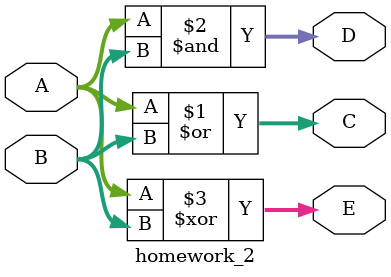
<source format=v>
module homework_2 (
	input [11:0] A, B,
	output [11:0] C,
	output [11:0] D,
	output [11:0] E);

	assign C = A|B;
	assign D = A&B;
	assign E = A^B;


endmodule
</source>
